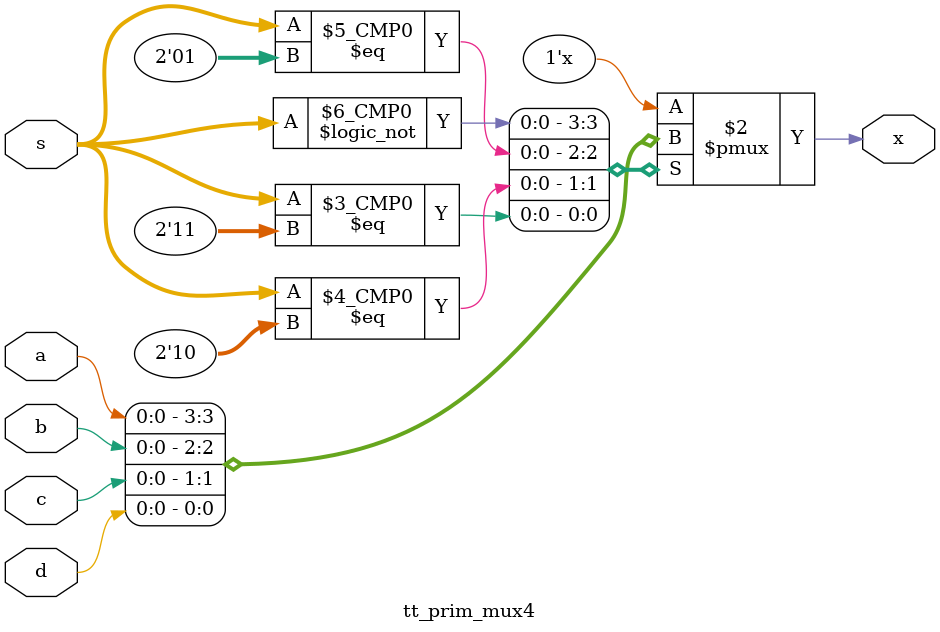
<source format=v>
/*
 * tt_prim_mux4.v
 *
 * TT Primitive
 * Mux4
 *
 * Author: Sylvain Munaut <tnt@246tNt.com>
 */

`default_nettype none

module tt_prim_mux4 (
	input  wire a,
	input  wire b,
	input  wire c,
	input  wire d,
	output reg  x,
	input  wire [1:0] s
);

	always @(*)
		case (s)
			2'b00:   x = a;
			2'b01:   x = b;
			2'b10:   x = c;
			2'b11:   x = d;
			default: x = 1'bx;
		endcase

endmodule // tt_prim_mux4

</source>
